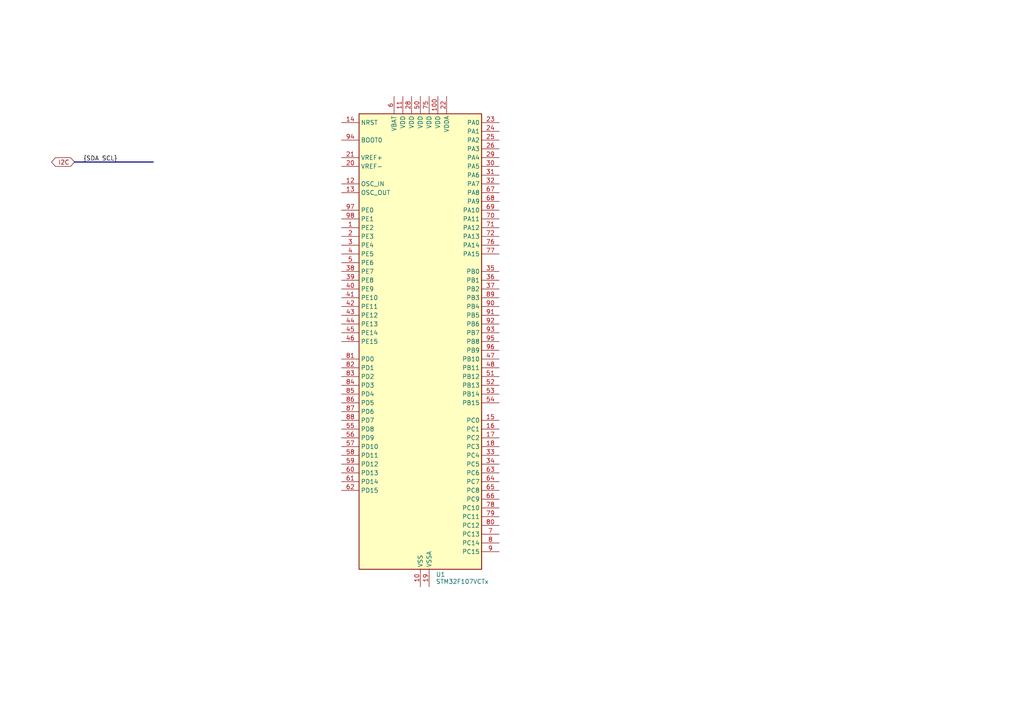
<source format=kicad_sch>
(kicad_sch (version 20230121) (generator eeschema)
  (paper "A4")
  (lib_symbols
    (symbol "MCU_ST_STM32F1:STM32F107VCTx"
      (property "Reference" "U" (at -17.78 67.31 0))
      (property "Value" "STM32F107VCTx" (at 10.16 67.31 0))
      (symbol "STM32F107VCTx_0_1"
        (rectangle (start -17.78 -66.04) (end 17.78 66.04) (stroke (width 0.254)) (fill (type background)))
      )
      (symbol "STM32F107VCTx_1_1"
        (pin bidirectional line (at -22.86 33.02 0) (length 5.08) (name "PE2") (number "1"))
        (pin power_in line (at 0 -71.12 90) (length 5.08) (name "VSS") (number "10"))
        (pin power_in line (at 5.08 71.12 270) (length 5.08) (name "VDD") (number "100"))
        (pin power_in line (at -5.08 71.12 270) (length 5.08) (name "VDD") (number "11"))
        (pin input line (at -22.86 45.72 0) (length 5.08) (name "OSC_IN") (number "12"))
        (pin input line (at -22.86 43.18 0) (length 5.08) (name "OSC_OUT") (number "13"))
        (pin input line (at -22.86 63.5 0) (length 5.08) (name "NRST") (number "14"))
        (pin bidirectional line (at 22.86 -22.86 180) (length 5.08) (name "PC0") (number "15"))
        (pin bidirectional line (at 22.86 -25.4 180) (length 5.08) (name "PC1") (number "16"))
        (pin bidirectional line (at 22.86 -27.94 180) (length 5.08) (name "PC2") (number "17"))
        (pin bidirectional line (at 22.86 -30.48 180) (length 5.08) (name "PC3") (number "18"))
        (pin power_in line (at 2.54 -71.12 90) (length 5.08) (name "VSSA") (number "19"))
        (pin bidirectional line (at -22.86 30.48 0) (length 5.08) (name "PE3") (number "2"))
        (pin input line (at -22.86 50.8 0) (length 5.08) (name "VREF-") (number "20"))
        (pin input line (at -22.86 53.34 0) (length 5.08) (name "VREF+") (number "21"))
        (pin power_in line (at 7.62 71.12 270) (length 5.08) (name "VDDA") (number "22"))
        (pin bidirectional line (at 22.86 63.5 180) (length 5.08) (name "PA0") (number "23"))
        (pin bidirectional line (at 22.86 60.96 180) (length 5.08) (name "PA1") (number "24"))
        (pin bidirectional line (at 22.86 58.42 180) (length 5.08) (name "PA2") (number "25"))
        (pin bidirectional line (at 22.86 55.88 180) (length 5.08) (name "PA3") (number "26"))
        (pin passive line (at 0 -71.12 90) (length 5.08) hide (name "VSS") (number "27"))
        (pin power_in line (at -2.54 71.12 270) (length 5.08) (name "VDD") (number "28"))
        (pin bidirectional line (at 22.86 53.34 180) (length 5.08) (name "PA4") (number "29"))
        (pin bidirectional line (at -22.86 27.94 0) (length 5.08) (name "PE4") (number "3"))
        (pin bidirectional line (at 22.86 50.8 180) (length 5.08) (name "PA5") (number "30"))
        (pin bidirectional line (at 22.86 48.26 180) (length 5.08) (name "PA6") (number "31"))
        (pin bidirectional line (at 22.86 45.72 180) (length 5.08) (name "PA7") (number "32"))
        (pin bidirectional line (at 22.86 -33.02 180) (length 5.08) (name "PC4") (number "33"))
        (pin bidirectional line (at 22.86 -35.56 180) (length 5.08) (name "PC5") (number "34"))
        (pin bidirectional line (at 22.86 20.32 180) (length 5.08) (name "PB0") (number "35"))
        (pin bidirectional line (at 22.86 17.78 180) (length 5.08) (name "PB1") (number "36"))
        (pin bidirectional line (at 22.86 15.24 180) (length 5.08) (name "PB2") (number "37"))
        (pin bidirectional line (at -22.86 20.32 0) (length 5.08) (name "PE7") (number "38"))
        (pin bidirectional line (at -22.86 17.78 0) (length 5.08) (name "PE8") (number "39"))
        (pin bidirectional line (at -22.86 25.4 0) (length 5.08) (name "PE5") (number "4"))
        (pin bidirectional line (at -22.86 15.24 0) (length 5.08) (name "PE9") (number "40"))
        (pin bidirectional line (at -22.86 12.7 0) (length 5.08) (name "PE10") (number "41"))
        (pin bidirectional line (at -22.86 10.16 0) (length 5.08) (name "PE11") (number "42"))
        (pin bidirectional line (at -22.86 7.62 0) (length 5.08) (name "PE12") (number "43"))
        (pin bidirectional line (at -22.86 5.08 0) (length 5.08) (name "PE13") (number "44"))
        (pin bidirectional line (at -22.86 2.54 0) (length 5.08) (name "PE14") (number "45"))
        (pin bidirectional line (at -22.86 0 0) (length 5.08) (name "PE15") (number "46"))
        (pin bidirectional line (at 22.86 -5.08 180) (length 5.08) (name "PB10") (number "47"))
        (pin bidirectional line (at 22.86 -7.62 180) (length 5.08) (name "PB11") (number "48"))
        (pin passive line (at 0 -71.12 90) (length 5.08) hide (name "VSS") (number "49"))
        (pin bidirectional line (at -22.86 22.86 0) (length 5.08) (name "PE6") (number "5"))
        (pin power_in line (at 0 71.12 270) (length 5.08) (name "VDD") (number "50"))
        (pin bidirectional line (at 22.86 -10.16 180) (length 5.08) (name "PB12") (number "51"))
        (pin bidirectional line (at 22.86 -12.7 180) (length 5.08) (name "PB13") (number "52"))
        (pin bidirectional line (at 22.86 -15.24 180) (length 5.08) (name "PB14") (number "53"))
        (pin bidirectional line (at 22.86 -17.78 180) (length 5.08) (name "PB15") (number "54"))
        (pin bidirectional line (at -22.86 -25.4 0) (length 5.08) (name "PD8") (number "55"))
        (pin bidirectional line (at -22.86 -27.94 0) (length 5.08) (name "PD9") (number "56"))
        (pin bidirectional line (at -22.86 -30.48 0) (length 5.08) (name "PD10") (number "57"))
        (pin bidirectional line (at -22.86 -33.02 0) (length 5.08) (name "PD11") (number "58"))
        (pin bidirectional line (at -22.86 -35.56 0) (length 5.08) (name "PD12") (number "59"))
        (pin power_in line (at -7.62 71.12 270) (length 5.08) (name "VBAT") (number "6"))
        (pin bidirectional line (at -22.86 -38.1 0) (length 5.08) (name "PD13") (number "60"))
        (pin bidirectional line (at -22.86 -40.64 0) (length 5.08) (name "PD14") (number "61"))
        (pin bidirectional line (at -22.86 -43.18 0) (length 5.08) (name "PD15") (number "62"))
        (pin bidirectional line (at 22.86 -38.1 180) (length 5.08) (name "PC6") (number "63"))
        (pin bidirectional line (at 22.86 -40.64 180) (length 5.08) (name "PC7") (number "64"))
        (pin bidirectional line (at 22.86 -43.18 180) (length 5.08) (name "PC8") (number "65"))
        (pin bidirectional line (at 22.86 -45.72 180) (length 5.08) (name "PC9") (number "66"))
        (pin bidirectional line (at 22.86 43.18 180) (length 5.08) (name "PA8") (number "67"))
        (pin bidirectional line (at 22.86 40.64 180) (length 5.08) (name "PA9") (number "68"))
        (pin bidirectional line (at 22.86 38.1 180) (length 5.08) (name "PA10") (number "69"))
        (pin bidirectional line (at 22.86 -55.88 180) (length 5.08) (name "PC13") (number "7"))
        (pin bidirectional line (at 22.86 35.56 180) (length 5.08) (name "PA11") (number "70"))
        (pin bidirectional line (at 22.86 33.02 180) (length 5.08) (name "PA12") (number "71"))
        (pin bidirectional line (at 22.86 30.48 180) (length 5.08) (name "PA13") (number "72"))
        (pin no_connect line (at -17.78 -66.04 0) (length 5.08) hide (name "NC") (number "73"))
        (pin passive line (at 0 -71.12 90) (length 5.08) hide (name "VSS") (number "74"))
        (pin power_in line (at 2.54 71.12 270) (length 5.08) (name "VDD") (number "75"))
        (pin bidirectional line (at 22.86 27.94 180) (length 5.08) (name "PA14") (number "76"))
        (pin bidirectional line (at 22.86 25.4 180) (length 5.08) (name "PA15") (number "77"))
        (pin bidirectional line (at 22.86 -48.26 180) (length 5.08) (name "PC10") (number "78"))
        (pin bidirectional line (at 22.86 -50.8 180) (length 5.08) (name "PC11") (number "79"))
        (pin bidirectional line (at 22.86 -58.42 180) (length 5.08) (name "PC14") (number "8"))
        (pin bidirectional line (at 22.86 -53.34 180) (length 5.08) (name "PC12") (number "80"))
        (pin bidirectional line (at -22.86 -5.08 0) (length 5.08) (name "PD0") (number "81"))
        (pin bidirectional line (at -22.86 -7.62 0) (length 5.08) (name "PD1") (number "82"))
        (pin bidirectional line (at -22.86 -10.16 0) (length 5.08) (name "PD2") (number "83"))
        (pin bidirectional line (at -22.86 -12.7 0) (length 5.08) (name "PD3") (number "84"))
        (pin bidirectional line (at -22.86 -15.24 0) (length 5.08) (name "PD4") (number "85"))
        (pin bidirectional line (at -22.86 -17.78 0) (length 5.08) (name "PD5") (number "86"))
        (pin bidirectional line (at -22.86 -20.32 0) (length 5.08) (name "PD6") (number "87"))
        (pin bidirectional line (at -22.86 -22.86 0) (length 5.08) (name "PD7") (number "88"))
        (pin bidirectional line (at 22.86 12.7 180) (length 5.08) (name "PB3") (number "89"))
        (pin bidirectional line (at 22.86 -60.96 180) (length 5.08) (name "PC15") (number "9"))
        (pin bidirectional line (at 22.86 10.16 180) (length 5.08) (name "PB4") (number "90"))
        (pin bidirectional line (at 22.86 7.62 180) (length 5.08) (name "PB5") (number "91"))
        (pin bidirectional line (at 22.86 5.08 180) (length 5.08) (name "PB6") (number "92"))
        (pin bidirectional line (at 22.86 2.54 180) (length 5.08) (name "PB7") (number "93"))
        (pin input line (at -22.86 58.42 0) (length 5.08) (name "BOOT0") (number "94"))
        (pin bidirectional line (at 22.86 0 180) (length 5.08) (name "PB8") (number "95"))
        (pin bidirectional line (at 22.86 -2.54 180) (length 5.08) (name "PB9") (number "96"))
        (pin bidirectional line (at -22.86 38.1 0) (length 5.08) (name "PE0") (number "97"))
        (pin bidirectional line (at -22.86 35.56 0) (length 5.08) (name "PE1") (number "98"))
        (pin passive line (at 0 -71.12 90) (length 5.08) hide (name "VSS") (number "99"))
      )
    )
  )
  (bus (pts (xy 21.59 46.99) (xy 44.45 46.99)))
  (label "{SDA SCL}" (at 24.13 46.99 0))
  (global_label "I2C" (shape bidirectional) (at 21.59 46.99 180) (property "Intersheetrefs" "${INTERSHEET_REFS}" (effects hide)))
  (symbol (lib_id "MCU_ST_STM32F1:STM32F107VCTx") (at 121.92 99.06 0) (unit 1)
    (property "Reference" "U1" (at 126.4159 166.632 0) (effects (justify left)))
    (property "Value" "STM32F107VCTx" (at 126.4159 168.68 0) (effects (justify left)))
    (property "Footprint" "Package_QFP:LQFP-100_14x14mm_P0.5mm" (effects hide))
    (property "Datasheet" "https://www.st.com/resource/en/datasheet/stm32f107vc.pdf" (effects hide))
  )
)
</source>
